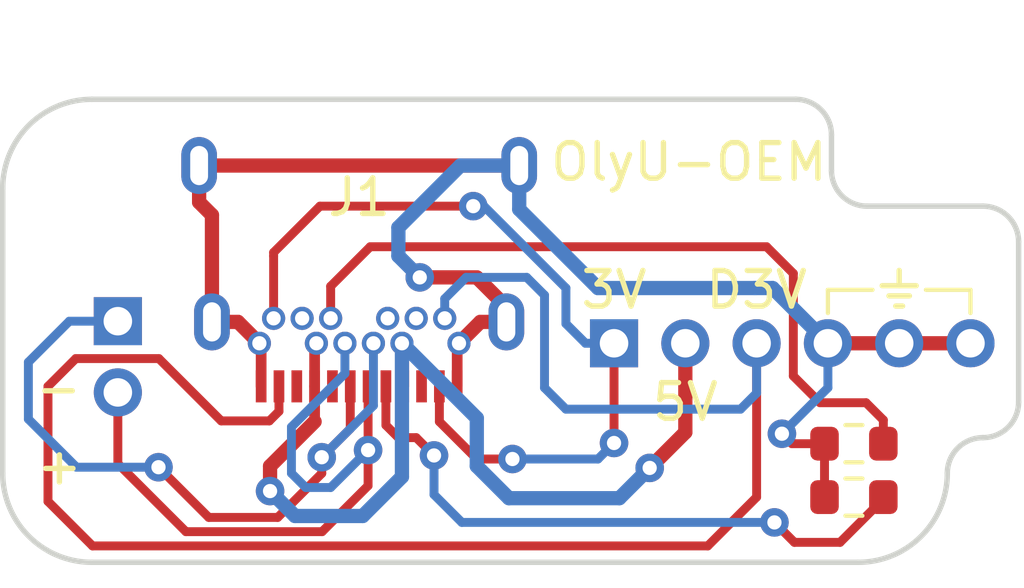
<source format=kicad_pcb>
(kicad_pcb (version 20211014) (generator pcbnew)
  (layers (0 "F.Cu" signal) (31 "B.Cu" signal) (34 "B.Paste" user) (35 "F.Paste" user) (36 "B.SilkS" user "B.Silkscreen") (37 "F.SilkS" user "F.Silkscreen") (38 "B.Mask" user) (39 "F.Mask" user) (44 "Edge.Cuts" user))
  (net 0 "")
  (net 1 "GND")
  (net 2 "3V3")
  (net 3 "VBUS")
  (net 4 "Net-(J1-PadA5)")
  (net 5 "D+")
  (net 6 "D-")
  (net 7 "Net-(J1-PadA8)")
  (net 8 "D3V")
  (net 9 "Net-(J1-PadB5)")
  (net 10 "Net-(J1-PadB8)")
  (net 11 "Net-(J1-PadB3)")
  (net 12 "Net-(J1-PadB10)")
  (net 13 "Net-(J1-PadA3)")
  (net 14 "Net-(J1-PadA10)")
  (footprint "Connector_PinHeader_2.00mm:PinHeader_1x06_P2.00mm_Vertical" (layer "F.Cu") (at 7.15 3.35 90)
    (fp_text reference "J2" hide)
    (fp_text value "Conn_01x06" hide)
    (pad "1" thru_hole rect locked (at 0 0 90) (size 1.35 1.35) (drill 0.8) (layers *.Cu *.Mask) (net 2 "3V3"))
    (pad "2" thru_hole oval locked (at 0 2 90) (size 1.35 1.35) (drill 0.8) (layers *.Cu *.Mask) (net 3 "VBUS"))
    (pad "3" thru_hole oval locked (at 0 4 90) (size 1.35 1.35) (drill 0.8) (layers *.Cu *.Mask) (net 8 "D3V"))
    (pad "4" thru_hole oval locked (at 0 6 90) (size 1.35 1.35) (drill 0.8) (layers *.Cu *.Mask) (net 1 "GND"))
    (pad "5" thru_hole oval locked (at 0 8 90) (size 1.35 1.35) (drill 0.8) (layers *.Cu *.Mask) (net 1 "GND"))
    (pad "6" thru_hole oval locked (at 0 10 90) (size 1.35 1.35) (drill 0.8) (layers *.Cu *.Mask) (net 1 "GND"))
  )
  (footprint "Model_S:Shou Han Type-C 24P QCHT" (layer "F.Cu") (at 0 -3.5 180)
    (fp_text reference "J1" (at 0 -2.75) (layer "F.SilkS"))
    (fp_text value "USB_C_Receptacle")
    (pad "" np_thru_hole circle locked (at -3.6 -7.5 180) (size 0.7 0.7) (drill 0.7) (layers *.Cu *.Mask))
    (pad "" np_thru_hole circle locked (at 3.75 -7.5 180) (size 0.7 0.7) (drill 0.7) (layers *.Cu *.Mask))
    (pad "A1" smd rect locked (at -2.75 -8.06 180) (size 0.3 0.9) (layers "F.Cu" "F.Paste" "F.Mask") (net 1 "GND"))
    (pad "A2" smd rect locked (at -2.25 -8.06 180) (size 0.3 0.9) (layers "F.Cu" "F.Paste" "F.Mask") (net 2 "3V3"))
    (pad "A3" smd rect locked (at -1.75 -8.06 180) (size 0.3 0.9) (layers "F.Cu" "F.Paste" "F.Mask") (net 13 "Net-(J1-PadA3)"))
    (pad "A4" smd rect locked (at -1.25 -8.06 180) (size 0.3 0.9) (layers "F.Cu" "F.Paste" "F.Mask") (net 3 "VBUS"))
    (pad "A5" smd rect locked (at -0.75 -8.06 180) (size 0.3 0.9) (layers "F.Cu" "F.Paste" "F.Mask") (net 4 "Net-(J1-PadA5)"))
    (pad "A6" smd rect locked (at -0.25 -8.06 180) (size 0.3 0.9) (layers "F.Cu" "F.Paste" "F.Mask") (net 5 "D+"))
    (pad "A7" smd rect locked (at 0.25 -8.06 180) (size 0.3 0.9) (layers "F.Cu" "F.Paste" "F.Mask") (net 6 "D-"))
    (pad "A8" smd rect locked (at 0.75 -8.06 180) (size 0.3 0.9) (layers "F.Cu" "F.Paste" "F.Mask") (net 7 "Net-(J1-PadA8)"))
    (pad "A9" smd rect locked (at 1.25 -8.06 180) (size 0.3 0.9) (layers "F.Cu" "F.Paste" "F.Mask") (net 3 "VBUS"))
    (pad "A10" smd rect locked (at 1.75 -8.06 180) (size 0.3 0.9) (layers "F.Cu" "F.Paste" "F.Mask") (net 14 "Net-(J1-PadA10)"))
    (pad "A11" smd rect locked (at 2.25 -8.06 180) (size 0.3 0.9) (layers "F.Cu" "F.Paste" "F.Mask") (net 8 "D3V"))
    (pad "A12" smd rect locked (at 2.75 -8.06 180) (size 0.3 0.9) (layers "F.Cu" "F.Paste" "F.Mask") (net 1 "GND"))
    (pad "B1" thru_hole circle locked (at 2.8 -6.85 180) (size 0.65 0.65) (drill 0.4) (layers *.Cu *.Mask) (net 1 "GND"))
    (pad "B2" thru_hole circle locked (at 2.4 -6.15 180) (size 0.65 0.65) (drill 0.4) (layers *.Cu *.Mask) (net 2 "3V3"))
    (pad "B3" thru_hole circle locked (at 1.6 -6.15 180) (size 0.65 0.65) (drill 0.4) (layers *.Cu *.Mask) (net 11 "Net-(J1-PadB3)"))
    (pad "B4" thru_hole circle locked (at 1.2 -6.85 180) (size 0.65 0.65) (drill 0.4) (layers *.Cu *.Mask) (net 3 "VBUS"))
    (pad "B5" thru_hole circle locked (at 0.8 -6.15 180) (size 0.65 0.65) (drill 0.4) (layers *.Cu *.Mask) (net 9 "Net-(J1-PadB5)"))
    (pad "B6" thru_hole circle locked (at 0.4 -6.85 180) (size 0.65 0.65) (drill 0.4) (layers *.Cu *.Mask) (net 5 "D+"))
    (pad "B7" thru_hole circle locked (at -0.4 -6.85 180) (size 0.65 0.65) (drill 0.4) (layers *.Cu *.Mask) (net 6 "D-"))
    (pad "B8" thru_hole circle locked (at -0.8 -6.15 180) (size 0.65 0.65) (drill 0.4) (layers *.Cu *.Mask) (net 10 "Net-(J1-PadB8)"))
    (pad "B9" thru_hole circle locked (at -1.2 -6.85 180) (size 0.65 0.65) (drill 0.4) (layers *.Cu *.Mask) (net 3 "VBUS"))
    (pad "B10" thru_hole circle locked (at -1.6 -6.15 180) (size 0.65 0.65) (drill 0.4) (layers *.Cu *.Mask) (net 12 "Net-(J1-PadB10)"))
    (pad "B11" thru_hole circle locked (at -2.4 -6.15 180) (size 0.65 0.65) (drill 0.4) (layers *.Cu *.Mask) (net 8 "D3V"))
    (pad "B12" thru_hole circle locked (at -2.8 -6.85 180) (size 0.65 0.65) (drill 0.4) (layers *.Cu *.Mask) (net 1 "GND"))
    (pad "S1" thru_hole oval locked (at -4.49 -1.86 180) (size 1 1.6) (drill oval 0.5 1.1) (layers *.Cu *.Mask) (net 1 "GND"))
    (pad "S1" thru_hole oval locked (at -4.13 -6.25 180) (size 1 1.6) (drill oval 0.5 1.1) (layers *.Cu *.Mask) (net 1 "GND"))
    (pad "S1" thru_hole oval locked (at 4.49 -1.86 180) (size 1 1.6) (drill oval 0.5 1.1) (layers *.Cu *.Mask) (net 1 "GND"))
    (pad "S1" thru_hole oval locked (at 4.13 -6.25 180) (size 1 1.6) (drill oval 0.5 1.1) (layers *.Cu *.Mask) (net 1 "GND"))
  )
  (footprint "Connector_PinHeader_2.00mm:PinHeader_1x02_P2.00mm_Vertical" (layer "F.Cu") (at -6.77 2.73)
    (fp_text reference "J3" hide)
    (fp_text value "Conn_01x02" hide)
    (pad "1" thru_hole rect locked (at 0 0) (size 1.35 1.35) (drill 0.8) (layers *.Cu *.Mask) (net 6 "D-"))
    (pad "2" thru_hole oval locked (at 0 2) (size 1.35 1.35) (drill 0.8) (layers *.Cu *.Mask) (net 5 "D+"))
  )
  (footprint "Resistor_SMD:R_0603_1608Metric" (layer "F.Cu") (at 13.88 7.67)
    (fp_text reference "R1" hide)
    (fp_text value "5.1k" hide)
    (fp_line (start -0.237258 0.5225) (end 0.237258 0.5225) (layer "F.SilkS") (width 0.12))
    (fp_line (start -0.237258 -0.5225) (end 0.237258 -0.5225) (layer "F.SilkS") (width 0.12))
    (pad "1" smd roundrect locked (at -0.825 0) (size 0.8 0.95) (layers "F.Cu" "F.Paste" "F.Mask") (net 1 "GND"))
    (pad "2" smd roundrect locked (at 0.825 0) (size 0.8 0.95) (layers "F.Cu" "F.Paste" "F.Mask") (net 4 "Net-(J1-PadA5)"))
  )
  (footprint "Resistor_SMD:R_0603_1608Metric" (layer "F.Cu") (at 13.88 6.17 180)
    (fp_text reference "R2" hide)
    (fp_text value "5.1k" hide)
    (fp_line (start -0.237258 0.5225) (end 0.237258 0.5225) (layer "F.SilkS") (width 0.12))
    (fp_line (start -0.237258 -0.5225) (end 0.237258 -0.5225) (layer "F.SilkS") (width 0.12))
    (pad "1" smd roundrect locked (at -0.825 0 180) (size 0.8 0.95) (layers "F.Cu" "F.Paste" "F.Mask") (net 9 "Net-(J1-PadB5)"))
    (pad "2" smd roundrect locked (at 0.825 0 180) (size 0.8 0.95) (layers "F.Cu" "F.Paste" "F.Mask") (net 1 "GND"))
  )
  (gr_line (start 15.9 1.85) (end 17.15 1.85) (layer "F.SilkS") (width 0.12))
  (gr_line (start 14.4 1.85) (end 13.15 1.85) (layer "F.SilkS") (width 0.12))
  (gr_line (start 17.15 1.85) (end 17.15 2.5) (layer "F.SilkS") (width 0.12))
  (gr_line (start 13.15 1.85) (end 13.15 2.5) (layer "F.SilkS") (width 0.12))
  (gr_line (start -7.5 -3.5) (end 12.25 -3.5) (layer "Edge.Cuts") (width 0.1524))
  (gr_line (start -7.5 9.5) (end 14 9.5) (layer "Edge.Cuts") (width 0.1524))
  (gr_line (start -10 -1) (end -10 7) (layer "Edge.Cuts") (width 0.1524))
  (gr_arc (start 16.5 7) (mid 15.767767 8.767767) (end 14 9.5) (layer "Edge.Cuts") (width 0.152))
  (gr_arc (start -7.5 9.5) (mid -9.267767 8.767767) (end -10 7) (layer "Edge.Cuts") (width 0.152))
  (gr_line (start 18.5 5) (end 18.5 0.5) (layer "Edge.Cuts") (width 0.152))
  (gr_line (start 13.25 -2.5) (end 13.25 -1.5) (layer "Edge.Cuts") (width 0.152))
  (gr_arc (start 17.5 -0.5) (mid 18.207107 -0.207107) (end 18.5 0.5) (layer "Edge.Cuts") (width 0.152))
  (gr_arc (start 16.5 7) (mid 16.792893 6.292893) (end 17.5 6) (layer "Edge.Cuts") (width 0.152))
  (gr_line (start 14.25 -0.5) (end 17.5 -0.5) (layer "Edge.Cuts") (width 0.152))
  (gr_arc (start 18.5 5) (mid 18.207107 5.707107) (end 17.5 6) (layer "Edge.Cuts") (width 0.152))
  (gr_arc (start -10 -1) (mid -9.267767 -2.767767) (end -7.5 -3.5) (layer "Edge.Cuts") (width 0.152))
  (gr_arc (start 12.25 -3.5) (mid 12.957107 -3.207107) (end 13.25 -2.5) (layer "Edge.Cuts") (width 0.152))
  (gr_arc (start 14.25 -0.5) (mid 13.542893 -0.792893) (end 13.25 -1.5) (layer "Edge.Cuts") (width 0.152))
  (gr_text "D3V" (at 11.15 1.85) (layer "F.SilkS") (effects (font (size 1 1))))
  (gr_text "⏚" (at 15.15 1.85) (layer "F.SilkS") (effects (font (size 1 1))))
  (gr_text "OlyU-OEM" (at 9.25 -1.74) (layer "F.SilkS") (effects (font (size 1 1))))
  (gr_text "5V" (at 9.15 5) (layer "F.SilkS") (effects (font (size 1 1))))
  (gr_text "+" (at -8.41 6.79) (layer "F.SilkS") (effects (font (size 1 1))))
  (gr_text "3V" (at 7.15 1.85) (layer "F.SilkS") (effects (font (size 1 1))))
  (gr_text "-" (at -8.43 4.61) (layer "F.SilkS") (effects (font (size 1 1))))
  (segment (start 4.13 2.33) (end 3.3 1.5) (width 0.4) (layer "F.Cu") (net 1))
  (segment (start 13.055 6.17) (end 12.14 6.17) (width 0.25) (layer "F.Cu") (net 1))
  (segment (start -2.75 3.4) (end -2.8 3.35) (width 0.25) (layer "F.Cu") (net 1))
  (segment (start -3.4 2.75) (end -4.13 2.75) (width 0.4) (layer "F.Cu") (net 1))
  (segment (start 2.75 4.56) (end 2.75 3.4) (width 0.3) (layer "F.Cu") (net 1))
  (segment (start -4.13 -0.25) (end -4.49 -0.61) (width 0.4) (layer "F.Cu") (net 1))
  (segment (start 13.055 7.67) (end 13.055 6.17) (width 0.25) (layer "F.Cu") (net 1))
  (segment (start 2.75 3.4) (end 2.8 3.35) (width 0.25) (layer "F.Cu") (net 1))
  (segment (start 3.4 2.75) (end 2.8 3.35) (width 0.4) (layer "F.Cu") (net 1))
  (segment (start 4.13 2.75) (end 3.4 2.75) (width 0.4) (layer "F.Cu") (net 1))
  (segment (start 12.14 6.17) (end 11.86 5.89) (width 0.25) (layer "F.Cu") (net 1))
  (segment (start 17.15 3.35) (end 15.15 3.35) (width 0.4) (layer "F.Cu") (net 1))
  (segment (start 15.15 3.35) (end 13.15 3.35) (width 0.4) (layer "F.Cu") (net 1))
  (segment (start -4.49 -0.61) (end -4.49 -1.64) (width 0.4) (layer "F.Cu") (net 1))
  (segment (start -2.8 3.35) (end -3.4 2.75) (width 0.4) (layer "F.Cu") (net 1))
  (segment (start 3.3 1.5) (end 1.7 1.5) (width 0.4) (layer "F.Cu") (net 1))
  (segment (start -4.13 2.75) (end -4.13 -0.25) (width 0.4) (layer "F.Cu") (net 1))
  (segment (start -2.75 4.56) (end -2.75 3.4) (width 0.3) (layer "F.Cu") (net 1))
  (segment (start 4.13 2.75) (end 4.13 2.33) (width 0.4) (layer "F.Cu") (net 1))
  (segment (start 4.49 -1.64) (end -4.49 -1.64) (width 0.4) (layer "F.Cu") (net 1))
  (via (at 1.7 1.5) (size 0.8) (drill 0.4) (layers "F.Cu" "B.Cu") (net 1))
  (via (at 11.86 5.89) (size 0.8) (drill 0.4) (layers "F.Cu" "B.Cu") (net 1))
  (segment (start 11.6 1.8) (end 11.1 1.8) (width 0.4) (layer "B.Cu") (net 1))
  (segment (start 2.84 -1.64) (end 4.49 -1.64) (width 0.4) (layer "B.Cu") (net 1))
  (segment (start 13.15 3.35) (end 11.6 1.8) (width 0.4) (layer "B.Cu") (net 1))
  (segment (start 1.7 1.5) (end 1.1 0.9) (width 0.4) (layer "B.Cu") (net 1))
  (segment (start 1.1 0.1) (end 2.84 -1.64) (width 0.4) (layer "B.Cu") (net 1))
  (segment (start 6.7 1.8) (end 10.5 1.8) (width 0.4) (layer "B.Cu") (net 1))
  (segment (start 4.49 -1.64) (end 4.49 -0.41) (width 0.4) (layer "B.Cu") (net 1))
  (segment (start 11.1 1.8) (end 10.5 1.8) (width 0.4) (layer "B.Cu") (net 1))
  (segment (start 11.86 5.89) (end 13.15 4.6) (width 0.25) (layer "B.Cu") (net 1))
  (segment (start 1.1 0.9) (end 1.1 0.1) (width 0.4) (layer "B.Cu") (net 1))
  (segment (start 4.49 -0.41) (end 6.7 1.8) (width 0.4) (layer "B.Cu") (net 1))
  (segment (start 13.15 4.6) (end 13.15 3.35) (width 0.25) (layer "B.Cu") (net 1))
  (segment (start 2.25 4.56) (end 2.25 5.55) (width 0.25) (layer "F.Cu") (net 2))
  (segment (start -2.4 2.65) (end -2.4 0.9) (width 0.25) (layer "F.Cu") (net 2))
  (segment (start 7.149985 6.150015) (end 7.149985 3.350015) (width 0.25) (layer "F.Cu") (net 2))
  (segment (start 3.3 6.6) (end 4.3 6.6) (width 0.25) (layer "F.Cu") (net 2))
  (segment (start 2.25 5.55) (end 3.3 6.6) (width 0.25) (layer "F.Cu") (net 2))
  (segment (start -2.4 0.8) (end -1.1 -0.5) (width 0.25) (layer "F.Cu") (net 2))
  (segment (start -1.1 -0.5) (end 3.2 -0.5) (width 0.25) (layer "F.Cu") (net 2))
  (segment (start 7.149985 3.350015) (end 7.15 3.35) (width 0.25) (layer "F.Cu") (net 2))
  (segment (start -2.4 0.9) (end -2.4 0.8) (width 0.25) (layer "F.Cu") (net 2))
  (via (at 7.149985 6.150015) (size 0.8) (drill 0.4) (layers "F.Cu" "B.Cu") (net 2))
  (via (at 3.2 -0.5) (size 0.8) (drill 0.4) (layers "F.Cu" "B.Cu") (net 2))
  (via (at 4.3 6.6) (size 0.8) (drill 0.4) (layers "F.Cu" "B.Cu") (net 2))
  (segment (start 5.8 1.8) (end 5.8 2.8) (width 0.25) (layer "B.Cu") (net 2))
  (segment (start 3.5 -0.5) (end 5.8 1.8) (width 0.25) (layer "B.Cu") (net 2))
  (segment (start 6.7 6.6) (end 7.149985 6.150015) (width 0.25) (layer "B.Cu") (net 2))
  (segment (start 5.8 2.8) (end 6.35 3.35) (width 0.25) (layer "B.Cu") (net 2))
  (segment (start 3.2 -0.5) (end 3.5 -0.5) (width 0.25) (layer "B.Cu") (net 2))
  (segment (start 6.35 3.35) (end 7.15 3.35) (width 0.25) (layer "B.Cu") (net 2))
  (segment (start 4.3 6.6) (end 6.7 6.6) (width 0.25) (layer "B.Cu") (net 2))
  (segment (start -1.25 5.55) (end -2.5 6.8) (width 0.4) (layer "F.Cu") (net 3))
  (segment (start 1.25 4.56) (end 1.25 3.4) (width 0.3) (layer "F.Cu") (net 3))
  (segment (start -1.25 4.56) (end -1.25 3.4) (width 0.3) (layer "F.Cu") (net 3))
  (segment (start 9.15 5.85) (end 8.15 6.85) (width 0.4) (layer "F.Cu") (net 3))
  (segment (start -2.5 6.8) (end -2.5 7.499994) (width 0.4) (layer "F.Cu") (net 3))
  (segment (start -1.25 3.4) (end -1.2 3.35) (width 0.3) (layer "F.Cu") (net 3))
  (segment (start 1.25 3.4) (end 1.2 3.35) (width 0.3) (layer "F.Cu") (net 3))
  (segment (start 9.15 5.85) (end 9.15 3.35) (width 0.4) (layer "F.Cu") (net 3))
  (segment (start -1.25 4.56) (end -1.25 5.55) (width 0.3) (layer "F.Cu") (net 3))
  (via (at 8.15 6.85) (size 0.8) (drill 0.4) (layers "F.Cu" "B.Cu") (net 3))
  (via (at -2.5 7.499994) (size 0.8) (drill 0.4) (layers "F.Cu" "B.Cu") (net 3))
  (segment (start 1.2 7.1) (end 0.1 8.2) (width 0.4) (layer "B.Cu") (net 3))
  (segment (start 4.2 7.7) (end 7.3 7.7) (width 0.4) (layer "B.Cu") (net 3))
  (segment (start -1.799994 8.2) (end -2.5 7.499994) (width 0.4) (layer "B.Cu") (net 3))
  (segment (start 3.3 6.8) (end 4.2 7.7) (width 0.4) (layer "B.Cu") (net 3))
  (segment (start 7.3 7.7) (end 8.15 6.85) (width 0.4) (layer "B.Cu") (net 3))
  (segment (start 0.1 8.2) (end -1.799994 8.2) (width 0.4) (layer "B.Cu") (net 3))
  (segment (start 1.2 3.35) (end 1.2 7.1) (width 0.4) (layer "B.Cu") (net 3))
  (segment (start 1.2 3.35) (end 3.3 5.45) (width 0.4) (layer "B.Cu") (net 3))
  (segment (start 3.3 5.45) (end 3.3 6.8) (width 0.4) (layer "B.Cu") (net 3))
  (segment (start 0.75 5.65) (end 1.1 6) (width 0.25) (layer "F.Cu") (net 4))
  (segment (start 1.6 6) (end 2.1 6.5) (width 0.25) (layer "F.Cu") (net 4))
  (segment (start 14.705 7.725) (end 13.49 8.94) (width 0.25) (layer "F.Cu") (net 4))
  (segment (start 13.49 8.94) (end 12.21 8.94) (width 0.25) (layer "F.Cu") (net 4))
  (segment (start 1.1 6) (end 1.6 6) (width 0.25) (layer "F.Cu") (net 4))
  (segment (start 12.21 8.94) (end 11.65 8.38) (width 0.25) (layer "F.Cu") (net 4))
  (segment (start 0.75 4.56) (end 0.75 5.65) (width 0.25) (layer "F.Cu") (net 4))
  (segment (start 14.705 7.67) (end 14.705 7.725) (width 0.25) (layer "F.Cu") (net 4))
  (via (at 11.65 8.38) (size 0.8) (drill 0.4) (layers "F.Cu" "B.Cu") (net 4))
  (via (at 2.1 6.5) (size 0.8) (drill 0.4) (layers "F.Cu" "B.Cu") (net 4))
  (segment (start 2.1 7.6) (end 2.88 8.38) (width 0.25) (layer "B.Cu") (net 4))
  (segment (start 2.88 8.38) (end 11.65 8.38) (width 0.25) (layer "B.Cu") (net 4))
  (segment (start 2.1 7.6) (end 2.1 6.5) (width 0.25) (layer "B.Cu") (net 4))
  (segment (start 0.25 7.35) (end -1.04 8.64) (width 0.25) (layer "F.Cu") (net 5))
  (segment (start 0.25 4.56) (end 0.25 6.35) (width 0.25) (layer "F.Cu") (net 5))
  (segment (start 0.25 6.35) (end 0.25 7.35) (width 0.25) (layer "F.Cu") (net 5))
  (segment (start -1.04 8.64) (end -4.86 8.64) (width 0.25) (layer "F.Cu") (net 5))
  (segment (start -6.77 6.73) (end -6.77 4.73) (width 0.25) (layer "F.Cu") (net 5))
  (segment (start -4.86 8.64) (end -6.77 6.73) (width 0.25) (layer "F.Cu") (net 5))
  (via (at 0.25 6.35) (size 0.8) (drill 0.4) (layers "F.Cu" "B.Cu") (net 5))
  (segment (start -0.8 7.4) (end 0.25 6.35) (width 0.25) (layer "B.Cu") (net 5))
  (segment (start -1.9 7) (end -1.5 7.4) (width 0.25) (layer "B.Cu") (net 5))
  (segment (start -1.9 5.7) (end -1.9 7) (width 0.25) (layer "B.Cu") (net 5))
  (segment (start -1.5 7.4) (end -0.8 7.4) (width 0.25) (layer "B.Cu") (net 5))
  (segment (start -0.4 3.35) (end -0.4 4.2) (width 0.25) (layer "B.Cu") (net 5))
  (segment (start -0.4 4.2) (end -1.9 5.7) (width 0.25) (layer "B.Cu") (net 5))
  (segment (start -1.05 7.004589) (end -2.285411 8.24) (width 0.25) (layer "F.Cu") (net 6))
  (segment (start -1.05 6.55) (end -1.05 7.004589) (width 0.25) (layer "F.Cu") (net 6))
  (segment (start -0.25 4.56) (end -0.25 5.75) (width 0.25) (layer "F.Cu") (net 6))
  (segment (start -4.22 8.24) (end -5.63 6.83) (width 0.25) (layer "F.Cu") (net 6))
  (segment (start -2.285411 8.24) (end -4.22 8.24) (width 0.25) (layer "F.Cu") (net 6))
  (segment (start -0.25 5.75) (end -1.05 6.55) (width 0.25) (layer "F.Cu") (net 6))
  (via (at -5.63 6.83) (size 0.8) (drill 0.4) (layers "F.Cu" "B.Cu") (net 6))
  (via (at -1.05 6.55) (size 0.8) (drill 0.4) (layers "F.Cu" "B.Cu") (net 6))
  (segment (start 0.4 3.35) (end 0.4 5.1) (width 0.25) (layer "B.Cu") (net 6))
  (segment (start -7.93 6.83) (end -9.28 5.48) (width 0.25) (layer "B.Cu") (net 6))
  (segment (start -5.63 6.83) (end -7.93 6.83) (width 0.25) (layer "B.Cu") (net 6))
  (segment (start -9.28 5.48) (end -9.28 3.88) (width 0.25) (layer "B.Cu") (net 6))
  (segment (start -8.13 2.73) (end -6.77 2.73) (width 0.25) (layer "B.Cu") (net 6))
  (segment (start 0.4 5.1) (end -1.05 6.55) (width 0.25) (layer "B.Cu") (net 6))
  (segment (start -9.28 3.88) (end -8.13 2.73) (width 0.25) (layer "B.Cu") (net 6))
  (segment (start 9.78 9.04) (end 11.15 7.67) (width 0.25) (layer "F.Cu") (net 8))
  (segment (start -5.62 3.78) (end -7.95 3.78) (width 0.25) (layer "F.Cu") (net 8))
  (segment (start -2.25 4.56) (end -2.25 5.26) (width 0.25) (layer "F.Cu") (net 8))
  (segment (start -3.87 5.53) (end -5.62 3.78) (width 0.25) (layer "F.Cu") (net 8))
  (segment (start -8.73 4.56) (end -8.73 7.79) (width 0.25) (layer "F.Cu") (net 8))
  (segment (start -7.95 3.78) (end -8.73 4.56) (width 0.25) (layer "F.Cu") (net 8))
  (segment (start -7.48 9.04) (end 9.78 9.04) (width 0.25) (layer "F.Cu") (net 8))
  (segment (start -2.52 5.53) (end -3.87 5.53) (width 0.25) (layer "F.Cu") (net 8))
  (segment (start -8.73 7.79) (end -7.48 9.04) (width 0.25) (layer "F.Cu") (net 8))
  (segment (start 11.15 7.67) (end 11.15 3.35) (width 0.25) (layer "F.Cu") (net 8))
  (segment (start -2.25 5.26) (end -2.52 5.53) (width 0.25) (layer "F.Cu") (net 8))
  (segment (start 5.2 2) (end 5.2 4.6) (width 0.25) (layer "B.Cu") (net 8))
  (segment (start 5.8 5.2) (end 10.7 5.2) (width 0.25) (layer "B.Cu") (net 8))
  (segment (start 11.15 3.35) (end 11.15 4.75) (width 0.25) (layer "B.Cu") (net 8))
  (segment (start 2.4 2.65) (end 2.4 2.1) (width 0.25) (layer "B.Cu") (net 8))
  (segment (start 10.7 5.2) (end 11.15 4.75) (width 0.25) (layer "B.Cu") (net 8))
  (segment (start 2.4 2.1) (end 3 1.5) (width 0.25) (layer "B.Cu") (net 8))
  (segment (start 5.2 4.6) (end 5.8 5.2) (width 0.25) (layer "B.Cu") (net 8))
  (segment (start 3 1.5) (end 4.7 1.5) (width 0.25) (layer "B.Cu") (net 8))
  (segment (start 4.7 1.5) (end 5.2 2) (width 0.25) (layer "B.Cu") (net 8))
  (segment (start 12.93 5.02) (end 14.22 5.02) (width 0.25) (layer "F.Cu") (net 9))
  (segment (start 12.18 1.39) (end 12.18 4.27) (width 0.25) (layer "F.Cu") (net 9))
  (segment (start 0.31 0.64) (end 11.43 0.64) (width 0.25) (layer "F.Cu") (net 9))
  (segment (start -0.8 1.75) (end 0.31 0.64) (width 0.25) (layer "F.Cu") (net 9))
  (segment (start 11.43 0.64) (end 12.18 1.39) (width 0.25) (layer "F.Cu") (net 9))
  (segment (start 12.18 4.27) (end 12.93 5.02) (width 0.25) (layer "F.Cu") (net 9))
  (segment (start 14.22 5.02) (end 14.705 5.505) (width 0.25) (layer "F.Cu") (net 9))
  (segment (start 14.705 5.505) (end 14.705 6.17) (width 0.25) (layer "F.Cu") (net 9))
  (segment (start -0.8 2.65) (end -0.8 1.75) (width 0.25) (layer "F.Cu") (net 9))
)
</source>
